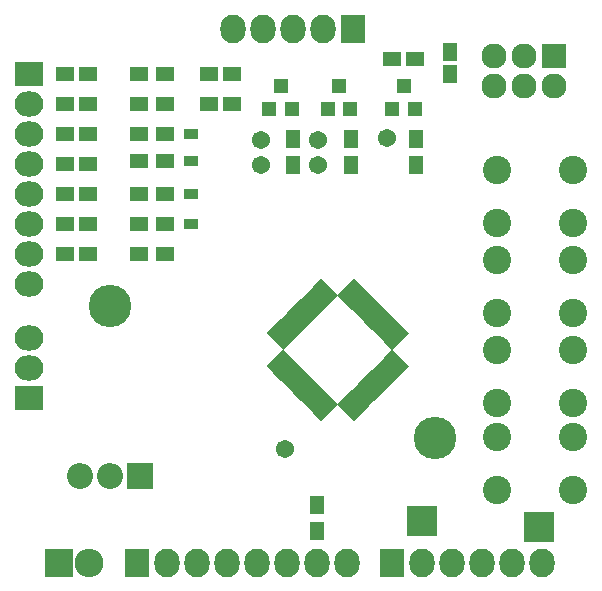
<source format=gbs>
G04 #@! TF.FileFunction,Soldermask,Bot*
%FSLAX46Y46*%
G04 Gerber Fmt 4.6, Leading zero omitted, Abs format (unit mm)*
G04 Created by KiCad (PCBNEW 4.0.2-stable) date 01.03.2017 20:49:35*
%MOMM*%
G01*
G04 APERTURE LIST*
%ADD10C,0.100000*%
%ADD11C,3.600000*%
%ADD12R,2.432000X2.127200*%
%ADD13O,2.432000X2.127200*%
%ADD14R,2.127200X2.432000*%
%ADD15O,2.127200X2.432000*%
%ADD16R,2.432000X2.432000*%
%ADD17O,2.432000X2.432000*%
%ADD18R,2.635200X2.635200*%
%ADD19R,1.200100X1.200100*%
%ADD20R,2.127200X2.127200*%
%ADD21O,2.127200X2.127200*%
%ADD22C,1.543000*%
%ADD23C,2.400000*%
%ADD24R,0.680000X0.830000*%
%ADD25R,1.600000X1.300000*%
%ADD26R,1.600000X1.150000*%
%ADD27R,1.150000X1.600000*%
%ADD28R,1.300000X1.600000*%
%ADD29R,2.200000X2.200000*%
%ADD30O,2.200000X2.200000*%
G04 APERTURE END LIST*
D10*
D11*
X141605000Y-101981000D03*
X114046000Y-90805000D03*
D12*
X107188000Y-71120000D03*
D13*
X107188000Y-73660000D03*
X107188000Y-76200000D03*
X107188000Y-78740000D03*
X107188000Y-81280000D03*
X107188000Y-83820000D03*
X107188000Y-86360000D03*
X107188000Y-88900000D03*
D12*
X107188000Y-98552000D03*
D13*
X107188000Y-96012000D03*
X107188000Y-93472000D03*
D14*
X137922000Y-112522000D03*
D15*
X140462000Y-112522000D03*
X143002000Y-112522000D03*
X145542000Y-112522000D03*
X148082000Y-112522000D03*
X150622000Y-112522000D03*
D14*
X116332000Y-112522000D03*
D15*
X118872000Y-112522000D03*
X121412000Y-112522000D03*
X123952000Y-112522000D03*
X126492000Y-112522000D03*
X129032000Y-112522000D03*
X131572000Y-112522000D03*
X134112000Y-112522000D03*
D14*
X134620000Y-67310000D03*
D15*
X132080000Y-67310000D03*
X129540000Y-67310000D03*
X127000000Y-67310000D03*
X124460000Y-67310000D03*
D16*
X109728000Y-112522000D03*
D17*
X112268000Y-112522000D03*
D18*
X140462000Y-108966000D03*
X150368000Y-109474000D03*
D19*
X134427000Y-74152760D03*
X132527000Y-74152760D03*
X133477000Y-72153780D03*
X139888000Y-74152760D03*
X137988000Y-74152760D03*
X138938000Y-72153780D03*
X129474000Y-74152760D03*
X127574000Y-74152760D03*
X128524000Y-72153780D03*
D20*
X151638000Y-69596000D03*
D21*
X151638000Y-72136000D03*
X149098000Y-69596000D03*
X149098000Y-72136000D03*
X146558000Y-69596000D03*
X146558000Y-72136000D03*
D10*
G36*
X127321914Y-93091464D02*
X127993666Y-92419712D01*
X129407880Y-93833926D01*
X128736128Y-94505678D01*
X127321914Y-93091464D01*
X127321914Y-93091464D01*
G37*
G36*
X127887600Y-92525779D02*
X128559352Y-91854027D01*
X129973566Y-93268241D01*
X129301814Y-93939993D01*
X127887600Y-92525779D01*
X127887600Y-92525779D01*
G37*
G36*
X128453285Y-91960093D02*
X129125037Y-91288341D01*
X130539251Y-92702555D01*
X129867499Y-93374307D01*
X128453285Y-91960093D01*
X128453285Y-91960093D01*
G37*
G36*
X129018970Y-91394408D02*
X129690722Y-90722656D01*
X131104936Y-92136870D01*
X130433184Y-92808622D01*
X129018970Y-91394408D01*
X129018970Y-91394408D01*
G37*
G36*
X129584656Y-90828722D02*
X130256408Y-90156970D01*
X131670622Y-91571184D01*
X130998870Y-92242936D01*
X129584656Y-90828722D01*
X129584656Y-90828722D01*
G37*
G36*
X130150341Y-90263037D02*
X130822093Y-89591285D01*
X132236307Y-91005499D01*
X131564555Y-91677251D01*
X130150341Y-90263037D01*
X130150341Y-90263037D01*
G37*
G36*
X130716027Y-89697352D02*
X131387779Y-89025600D01*
X132801993Y-90439814D01*
X132130241Y-91111566D01*
X130716027Y-89697352D01*
X130716027Y-89697352D01*
G37*
G36*
X131281712Y-89131666D02*
X131953464Y-88459914D01*
X133367678Y-89874128D01*
X132695926Y-90545880D01*
X131281712Y-89131666D01*
X131281712Y-89131666D01*
G37*
G36*
X134746536Y-88459914D02*
X135418288Y-89131666D01*
X134004074Y-90545880D01*
X133332322Y-89874128D01*
X134746536Y-88459914D01*
X134746536Y-88459914D01*
G37*
G36*
X135312221Y-89025600D02*
X135983973Y-89697352D01*
X134569759Y-91111566D01*
X133898007Y-90439814D01*
X135312221Y-89025600D01*
X135312221Y-89025600D01*
G37*
G36*
X135877907Y-89591285D02*
X136549659Y-90263037D01*
X135135445Y-91677251D01*
X134463693Y-91005499D01*
X135877907Y-89591285D01*
X135877907Y-89591285D01*
G37*
G36*
X136443592Y-90156970D02*
X137115344Y-90828722D01*
X135701130Y-92242936D01*
X135029378Y-91571184D01*
X136443592Y-90156970D01*
X136443592Y-90156970D01*
G37*
G36*
X137009278Y-90722656D02*
X137681030Y-91394408D01*
X136266816Y-92808622D01*
X135595064Y-92136870D01*
X137009278Y-90722656D01*
X137009278Y-90722656D01*
G37*
G36*
X137574963Y-91288341D02*
X138246715Y-91960093D01*
X136832501Y-93374307D01*
X136160749Y-92702555D01*
X137574963Y-91288341D01*
X137574963Y-91288341D01*
G37*
G36*
X138140648Y-91854027D02*
X138812400Y-92525779D01*
X137398186Y-93939993D01*
X136726434Y-93268241D01*
X138140648Y-91854027D01*
X138140648Y-91854027D01*
G37*
G36*
X138706334Y-92419712D02*
X139378086Y-93091464D01*
X137963872Y-94505678D01*
X137292120Y-93833926D01*
X138706334Y-92419712D01*
X138706334Y-92419712D01*
G37*
G36*
X137292120Y-95142074D02*
X137963872Y-94470322D01*
X139378086Y-95884536D01*
X138706334Y-96556288D01*
X137292120Y-95142074D01*
X137292120Y-95142074D01*
G37*
G36*
X136726434Y-95707759D02*
X137398186Y-95036007D01*
X138812400Y-96450221D01*
X138140648Y-97121973D01*
X136726434Y-95707759D01*
X136726434Y-95707759D01*
G37*
G36*
X136160749Y-96273445D02*
X136832501Y-95601693D01*
X138246715Y-97015907D01*
X137574963Y-97687659D01*
X136160749Y-96273445D01*
X136160749Y-96273445D01*
G37*
G36*
X135595064Y-96839130D02*
X136266816Y-96167378D01*
X137681030Y-97581592D01*
X137009278Y-98253344D01*
X135595064Y-96839130D01*
X135595064Y-96839130D01*
G37*
G36*
X135029378Y-97404816D02*
X135701130Y-96733064D01*
X137115344Y-98147278D01*
X136443592Y-98819030D01*
X135029378Y-97404816D01*
X135029378Y-97404816D01*
G37*
G36*
X134463693Y-97970501D02*
X135135445Y-97298749D01*
X136549659Y-98712963D01*
X135877907Y-99384715D01*
X134463693Y-97970501D01*
X134463693Y-97970501D01*
G37*
G36*
X133898007Y-98536186D02*
X134569759Y-97864434D01*
X135983973Y-99278648D01*
X135312221Y-99950400D01*
X133898007Y-98536186D01*
X133898007Y-98536186D01*
G37*
G36*
X133332322Y-99101872D02*
X134004074Y-98430120D01*
X135418288Y-99844334D01*
X134746536Y-100516086D01*
X133332322Y-99101872D01*
X133332322Y-99101872D01*
G37*
G36*
X132695926Y-98430120D02*
X133367678Y-99101872D01*
X131953464Y-100516086D01*
X131281712Y-99844334D01*
X132695926Y-98430120D01*
X132695926Y-98430120D01*
G37*
G36*
X132130241Y-97864434D02*
X132801993Y-98536186D01*
X131387779Y-99950400D01*
X130716027Y-99278648D01*
X132130241Y-97864434D01*
X132130241Y-97864434D01*
G37*
G36*
X131564555Y-97298749D02*
X132236307Y-97970501D01*
X130822093Y-99384715D01*
X130150341Y-98712963D01*
X131564555Y-97298749D01*
X131564555Y-97298749D01*
G37*
G36*
X130998870Y-96733064D02*
X131670622Y-97404816D01*
X130256408Y-98819030D01*
X129584656Y-98147278D01*
X130998870Y-96733064D01*
X130998870Y-96733064D01*
G37*
G36*
X130433184Y-96167378D02*
X131104936Y-96839130D01*
X129690722Y-98253344D01*
X129018970Y-97581592D01*
X130433184Y-96167378D01*
X130433184Y-96167378D01*
G37*
G36*
X129867499Y-95601693D02*
X130539251Y-96273445D01*
X129125037Y-97687659D01*
X128453285Y-97015907D01*
X129867499Y-95601693D01*
X129867499Y-95601693D01*
G37*
G36*
X129301814Y-95036007D02*
X129973566Y-95707759D01*
X128559352Y-97121973D01*
X127887600Y-96450221D01*
X129301814Y-95036007D01*
X129301814Y-95036007D01*
G37*
G36*
X128736128Y-94470322D02*
X129407880Y-95142074D01*
X127993666Y-96556288D01*
X127321914Y-95884536D01*
X128736128Y-94470322D01*
X128736128Y-94470322D01*
G37*
D22*
X128905000Y-102870000D03*
X126873000Y-78867000D03*
X137541000Y-76581000D03*
X131699000Y-78867000D03*
X126873000Y-76708000D03*
X131699000Y-76708000D03*
D23*
X146812000Y-106354000D03*
X146812000Y-101854000D03*
X153312000Y-106354000D03*
X153312000Y-101854000D03*
X146812000Y-91368000D03*
X146812000Y-86868000D03*
X153312000Y-91368000D03*
X153312000Y-86868000D03*
X146812000Y-98988000D03*
X146812000Y-94488000D03*
X153312000Y-98988000D03*
X153312000Y-94488000D03*
X146812000Y-83748000D03*
X146812000Y-79248000D03*
X153312000Y-83748000D03*
X153312000Y-79248000D03*
D24*
X121164000Y-81280000D03*
X120644000Y-81280000D03*
X121164000Y-83820000D03*
X120644000Y-83820000D03*
X120644000Y-78486000D03*
X121164000Y-78486000D03*
X120644000Y-76200000D03*
X121164000Y-76200000D03*
D25*
X116502000Y-86360000D03*
X118702000Y-86360000D03*
X116502000Y-83820000D03*
X118702000Y-83820000D03*
X116502000Y-81280000D03*
X118702000Y-81280000D03*
X116502000Y-78486000D03*
X118702000Y-78486000D03*
X116502000Y-76200000D03*
X118702000Y-76200000D03*
X116502000Y-73660000D03*
X118702000Y-73660000D03*
X116502000Y-71120000D03*
X118702000Y-71120000D03*
D26*
X110302000Y-86360000D03*
X112202000Y-86360000D03*
X110302000Y-83820000D03*
X112202000Y-83820000D03*
X110302000Y-81280000D03*
X112202000Y-81280000D03*
X110302000Y-78740000D03*
X112202000Y-78740000D03*
X110302000Y-76200000D03*
X112202000Y-76200000D03*
X110302000Y-73660000D03*
X112202000Y-73660000D03*
X110302000Y-71120000D03*
X112202000Y-71120000D03*
X124394000Y-71120000D03*
X122494000Y-71120000D03*
X137988000Y-69850000D03*
X139888000Y-69850000D03*
D27*
X142875000Y-69281000D03*
X142875000Y-71181000D03*
D26*
X124394000Y-73660000D03*
X122494000Y-73660000D03*
D28*
X131572000Y-109812000D03*
X131572000Y-107612000D03*
X134493000Y-78824000D03*
X134493000Y-76624000D03*
X139954000Y-78824000D03*
X139954000Y-76624000D03*
X129540000Y-78824000D03*
X129540000Y-76624000D03*
D29*
X116586000Y-105156000D03*
D30*
X114046000Y-105156000D03*
X111506000Y-105156000D03*
M02*

</source>
